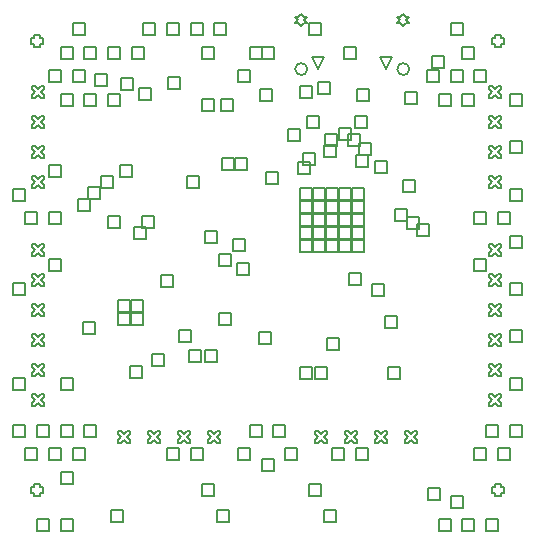
<source format=gbr>
%TF.GenerationSoftware,Altium Limited,Altium Designer,24.5.2 (23)*%
G04 Layer_Color=2752767*
%FSLAX45Y45*%
%MOMM*%
%TF.SameCoordinates,5BA462C2-C504-45FF-B61C-4F2A3F915A71*%
%TF.FilePolarity,Positive*%
%TF.FileFunction,Drawing*%
%TF.Part,Single*%
G01*
G75*
%TA.AperFunction,NonConductor*%
%ADD98C,0.12700*%
%ADD99C,0.16933*%
D98*
X4924600Y11074600D02*
Y11049200D01*
X4975400D01*
Y11074600D01*
X5000800D01*
Y11125400D01*
X4975400D01*
Y11150800D01*
X4924600D01*
Y11125400D01*
X4899200D01*
Y11074600D01*
X4924600D01*
Y7274600D02*
Y7249200D01*
X4975400D01*
Y7274600D01*
X5000800D01*
Y7325400D01*
X4975400D01*
Y7350800D01*
X4924600D01*
Y7325400D01*
X4899200D01*
Y7274600D01*
X4924600D01*
X8824600Y11074600D02*
Y11049200D01*
X8875400D01*
Y11074600D01*
X8900800D01*
Y11125400D01*
X8875400D01*
Y11150800D01*
X8824600D01*
Y11125400D01*
X8799200D01*
Y11074600D01*
X8824600D01*
Y7274600D02*
Y7249200D01*
X8875400D01*
Y7274600D01*
X8900800D01*
Y7325400D01*
X8875400D01*
Y7350800D01*
X8824600D01*
Y7325400D01*
X8799200D01*
Y7274600D01*
X8824600D01*
X4902200Y9283700D02*
X4927600D01*
X4953000Y9309100D01*
X4978400Y9283700D01*
X5003800D01*
Y9309100D01*
X4978400Y9334500D01*
X5003800Y9359900D01*
Y9385300D01*
X4978400D01*
X4953000Y9359900D01*
X4927600Y9385300D01*
X4902200D01*
Y9359900D01*
X4927600Y9334500D01*
X4902200Y9309100D01*
Y9283700D01*
Y9029700D02*
X4927600D01*
X4953000Y9055100D01*
X4978400Y9029700D01*
X5003800D01*
Y9055100D01*
X4978400Y9080500D01*
X5003800Y9105900D01*
Y9131300D01*
X4978400D01*
X4953000Y9105900D01*
X4927600Y9131300D01*
X4902200D01*
Y9105900D01*
X4927600Y9080500D01*
X4902200Y9055100D01*
Y9029700D01*
Y8775700D02*
X4927600D01*
X4953000Y8801100D01*
X4978400Y8775700D01*
X5003800D01*
Y8801100D01*
X4978400Y8826500D01*
X5003800Y8851900D01*
Y8877300D01*
X4978400D01*
X4953000Y8851900D01*
X4927600Y8877300D01*
X4902200D01*
Y8851900D01*
X4927600Y8826500D01*
X4902200Y8801100D01*
Y8775700D01*
Y8521700D02*
X4927600D01*
X4953000Y8547100D01*
X4978400Y8521700D01*
X5003800D01*
Y8547100D01*
X4978400Y8572500D01*
X5003800Y8597900D01*
Y8623300D01*
X4978400D01*
X4953000Y8597900D01*
X4927600Y8623300D01*
X4902200D01*
Y8597900D01*
X4927600Y8572500D01*
X4902200Y8547100D01*
Y8521700D01*
Y8013700D02*
X4927600D01*
X4953000Y8039100D01*
X4978400Y8013700D01*
X5003800D01*
Y8039100D01*
X4978400Y8064500D01*
X5003800Y8089900D01*
Y8115300D01*
X4978400D01*
X4953000Y8089900D01*
X4927600Y8115300D01*
X4902200D01*
Y8089900D01*
X4927600Y8064500D01*
X4902200Y8039100D01*
Y8013700D01*
Y8267700D02*
X4927600D01*
X4953000Y8293100D01*
X4978400Y8267700D01*
X5003800D01*
Y8293100D01*
X4978400Y8318500D01*
X5003800Y8343900D01*
Y8369300D01*
X4978400D01*
X4953000Y8343900D01*
X4927600Y8369300D01*
X4902200D01*
Y8343900D01*
X4927600Y8318500D01*
X4902200Y8293100D01*
Y8267700D01*
Y10617200D02*
X4927600D01*
X4953000Y10642600D01*
X4978400Y10617200D01*
X5003800D01*
Y10642600D01*
X4978400Y10668000D01*
X5003800Y10693400D01*
Y10718800D01*
X4978400D01*
X4953000Y10693400D01*
X4927600Y10718800D01*
X4902200D01*
Y10693400D01*
X4927600Y10668000D01*
X4902200Y10642600D01*
Y10617200D01*
Y10363200D02*
X4927600D01*
X4953000Y10388600D01*
X4978400Y10363200D01*
X5003800D01*
Y10388600D01*
X4978400Y10414000D01*
X5003800Y10439400D01*
Y10464800D01*
X4978400D01*
X4953000Y10439400D01*
X4927600Y10464800D01*
X4902200D01*
Y10439400D01*
X4927600Y10414000D01*
X4902200Y10388600D01*
Y10363200D01*
Y9855200D02*
X4927600D01*
X4953000Y9880600D01*
X4978400Y9855200D01*
X5003800D01*
Y9880600D01*
X4978400Y9906000D01*
X5003800Y9931400D01*
Y9956800D01*
X4978400D01*
X4953000Y9931400D01*
X4927600Y9956800D01*
X4902200D01*
Y9931400D01*
X4927600Y9906000D01*
X4902200Y9880600D01*
Y9855200D01*
Y10109200D02*
X4927600D01*
X4953000Y10134600D01*
X4978400Y10109200D01*
X5003800D01*
Y10134600D01*
X4978400Y10160000D01*
X5003800Y10185400D01*
Y10210800D01*
X4978400D01*
X4953000Y10185400D01*
X4927600Y10210800D01*
X4902200D01*
Y10185400D01*
X4927600Y10160000D01*
X4902200Y10134600D01*
Y10109200D01*
X8775700Y9283700D02*
X8801100D01*
X8826500Y9309100D01*
X8851900Y9283700D01*
X8877300D01*
Y9309100D01*
X8851900Y9334500D01*
X8877300Y9359900D01*
Y9385300D01*
X8851900D01*
X8826500Y9359900D01*
X8801100Y9385300D01*
X8775700D01*
Y9359900D01*
X8801100Y9334500D01*
X8775700Y9309100D01*
Y9283700D01*
Y9029700D02*
X8801100D01*
X8826500Y9055100D01*
X8851900Y9029700D01*
X8877300D01*
Y9055100D01*
X8851900Y9080500D01*
X8877300Y9105900D01*
Y9131300D01*
X8851900D01*
X8826500Y9105900D01*
X8801100Y9131300D01*
X8775700D01*
Y9105900D01*
X8801100Y9080500D01*
X8775700Y9055100D01*
Y9029700D01*
Y8775700D02*
X8801100D01*
X8826500Y8801100D01*
X8851900Y8775700D01*
X8877300D01*
Y8801100D01*
X8851900Y8826500D01*
X8877300Y8851900D01*
Y8877300D01*
X8851900D01*
X8826500Y8851900D01*
X8801100Y8877300D01*
X8775700D01*
Y8851900D01*
X8801100Y8826500D01*
X8775700Y8801100D01*
Y8775700D01*
Y8521700D02*
X8801100D01*
X8826500Y8547100D01*
X8851900Y8521700D01*
X8877300D01*
Y8547100D01*
X8851900Y8572500D01*
X8877300Y8597900D01*
Y8623300D01*
X8851900D01*
X8826500Y8597900D01*
X8801100Y8623300D01*
X8775700D01*
Y8597900D01*
X8801100Y8572500D01*
X8775700Y8547100D01*
Y8521700D01*
Y8013700D02*
X8801100D01*
X8826500Y8039100D01*
X8851900Y8013700D01*
X8877300D01*
Y8039100D01*
X8851900Y8064500D01*
X8877300Y8089900D01*
Y8115300D01*
X8851900D01*
X8826500Y8089900D01*
X8801100Y8115300D01*
X8775700D01*
Y8089900D01*
X8801100Y8064500D01*
X8775700Y8039100D01*
Y8013700D01*
Y8267700D02*
X8801100D01*
X8826500Y8293100D01*
X8851900Y8267700D01*
X8877300D01*
Y8293100D01*
X8851900Y8318500D01*
X8877300Y8343900D01*
Y8369300D01*
X8851900D01*
X8826500Y8343900D01*
X8801100Y8369300D01*
X8775700D01*
Y8343900D01*
X8801100Y8318500D01*
X8775700Y8293100D01*
Y8267700D01*
Y10617200D02*
X8801100D01*
X8826500Y10642600D01*
X8851900Y10617200D01*
X8877300D01*
Y10642600D01*
X8851900Y10668000D01*
X8877300Y10693400D01*
Y10718800D01*
X8851900D01*
X8826500Y10693400D01*
X8801100Y10718800D01*
X8775700D01*
Y10693400D01*
X8801100Y10668000D01*
X8775700Y10642600D01*
Y10617200D01*
Y10363200D02*
X8801100D01*
X8826500Y10388600D01*
X8851900Y10363200D01*
X8877300D01*
Y10388600D01*
X8851900Y10414000D01*
X8877300Y10439400D01*
Y10464800D01*
X8851900D01*
X8826500Y10439400D01*
X8801100Y10464800D01*
X8775700D01*
Y10439400D01*
X8801100Y10414000D01*
X8775700Y10388600D01*
Y10363200D01*
Y9855200D02*
X8801100D01*
X8826500Y9880600D01*
X8851900Y9855200D01*
X8877300D01*
Y9880600D01*
X8851900Y9906000D01*
X8877300Y9931400D01*
Y9956800D01*
X8851900D01*
X8826500Y9931400D01*
X8801100Y9956800D01*
X8775700D01*
Y9931400D01*
X8801100Y9906000D01*
X8775700Y9880600D01*
Y9855200D01*
Y10109200D02*
X8801100D01*
X8826500Y10134600D01*
X8851900Y10109200D01*
X8877300D01*
Y10134600D01*
X8851900Y10160000D01*
X8877300Y10185400D01*
Y10210800D01*
X8851900D01*
X8826500Y10185400D01*
X8801100Y10210800D01*
X8775700D01*
Y10185400D01*
X8801100Y10160000D01*
X8775700Y10134600D01*
Y10109200D01*
X7906500Y10861450D02*
X7855700Y10963050D01*
X7957300D01*
X7906500Y10861450D01*
X7328500D02*
X7277700Y10963050D01*
X7379300D01*
X7328500Y10861450D01*
X8049500Y11229450D02*
X8074900Y11254850D01*
X8100300D01*
X8074900Y11280250D01*
X8100300Y11305650D01*
X8074900D01*
X8049500Y11331050D01*
X8024100Y11305650D01*
X7998700D01*
X8024100Y11280250D01*
X7998700Y11254850D01*
X8024100D01*
X8049500Y11229450D01*
X7185500D02*
X7210900Y11254850D01*
X7236300D01*
X7210900Y11280250D01*
X7236300Y11305650D01*
X7210900D01*
X7185500Y11331050D01*
X7160100Y11305650D01*
X7134700D01*
X7160100Y11280250D01*
X7134700Y11254850D01*
X7160100D01*
X7185500Y11229450D01*
X7553200Y7699200D02*
X7578600D01*
X7604000Y7724600D01*
X7629400Y7699200D01*
X7654800D01*
Y7724600D01*
X7629400Y7750000D01*
X7654800Y7775400D01*
Y7800800D01*
X7629400D01*
X7604000Y7775400D01*
X7578600Y7800800D01*
X7553200D01*
Y7775400D01*
X7578600Y7750000D01*
X7553200Y7724600D01*
Y7699200D01*
X7299200D02*
X7324600D01*
X7350000Y7724600D01*
X7375400Y7699200D01*
X7400800D01*
Y7724600D01*
X7375400Y7750000D01*
X7400800Y7775400D01*
Y7800800D01*
X7375400D01*
X7350000Y7775400D01*
X7324600Y7800800D01*
X7299200D01*
Y7775400D01*
X7324600Y7750000D01*
X7299200Y7724600D01*
Y7699200D01*
X7807200D02*
X7832600D01*
X7858000Y7724600D01*
X7883400Y7699200D01*
X7908800D01*
Y7724600D01*
X7883400Y7750000D01*
X7908800Y7775400D01*
Y7800800D01*
X7883400D01*
X7858000Y7775400D01*
X7832600Y7800800D01*
X7807200D01*
Y7775400D01*
X7832600Y7750000D01*
X7807200Y7724600D01*
Y7699200D01*
X8061200D02*
X8086600D01*
X8112000Y7724600D01*
X8137400Y7699200D01*
X8162800D01*
Y7724600D01*
X8137400Y7750000D01*
X8162800Y7775400D01*
Y7800800D01*
X8137400D01*
X8112000Y7775400D01*
X8086600Y7800800D01*
X8061200D01*
Y7775400D01*
X8086600Y7750000D01*
X8061200Y7724600D01*
Y7699200D01*
X6399200D02*
X6424600D01*
X6450000Y7724600D01*
X6475400Y7699200D01*
X6500800D01*
Y7724600D01*
X6475400Y7750000D01*
X6500800Y7775400D01*
Y7800800D01*
X6475400D01*
X6450000Y7775400D01*
X6424600Y7800800D01*
X6399200D01*
Y7775400D01*
X6424600Y7750000D01*
X6399200Y7724600D01*
Y7699200D01*
X6145200D02*
X6170600D01*
X6196000Y7724600D01*
X6221400Y7699200D01*
X6246800D01*
Y7724600D01*
X6221400Y7750000D01*
X6246800Y7775400D01*
Y7800800D01*
X6221400D01*
X6196000Y7775400D01*
X6170600Y7800800D01*
X6145200D01*
Y7775400D01*
X6170600Y7750000D01*
X6145200Y7724600D01*
Y7699200D01*
X5637200D02*
X5662600D01*
X5688000Y7724600D01*
X5713400Y7699200D01*
X5738800D01*
Y7724600D01*
X5713400Y7750000D01*
X5738800Y7775400D01*
Y7800800D01*
X5713400D01*
X5688000Y7775400D01*
X5662600Y7800800D01*
X5637200D01*
Y7775400D01*
X5662600Y7750000D01*
X5637200Y7724600D01*
Y7699200D01*
X5891200D02*
X5916600D01*
X5942000Y7724600D01*
X5967400Y7699200D01*
X5992800D01*
Y7724600D01*
X5967400Y7750000D01*
X5992800Y7775400D01*
Y7800800D01*
X5967400D01*
X5942000Y7775400D01*
X5916600Y7800800D01*
X5891200D01*
Y7775400D01*
X5916600Y7750000D01*
X5891200Y7724600D01*
Y7699200D01*
X8949205Y10549206D02*
Y10650806D01*
X9050805D01*
Y10549206D01*
X8949205D01*
Y10149206D02*
Y10250806D01*
X9050805D01*
Y10149206D01*
X8949205D01*
Y9749205D02*
Y9850805D01*
X9050805D01*
Y9749205D01*
X8949205D01*
Y9349205D02*
Y9450805D01*
X9050805D01*
Y9349205D01*
X8949205D01*
Y8949205D02*
Y9050805D01*
X9050805D01*
Y8949205D01*
X8949205D01*
Y8549205D02*
Y8650805D01*
X9050805D01*
Y8549205D01*
X8949205D01*
Y8149204D02*
Y8250804D01*
X9050805D01*
Y8149204D01*
X8949205D01*
Y7749204D02*
Y7850804D01*
X9050805D01*
Y7749204D01*
X8949205D01*
X8849205Y9549205D02*
Y9650805D01*
X8950805D01*
Y9549205D01*
X8849205D01*
X8749205Y7749204D02*
Y7850804D01*
X8850805D01*
Y7749204D01*
X8749205D01*
X8849205Y7549204D02*
Y7650804D01*
X8950805D01*
Y7549204D01*
X8849205D01*
X8749205Y6949204D02*
Y7050804D01*
X8850805D01*
Y6949204D01*
X8749205D01*
X8549205Y10949206D02*
Y11050806D01*
X8650805D01*
Y10949206D01*
X8549205D01*
X8649205Y10749206D02*
Y10850806D01*
X8750805D01*
Y10749206D01*
X8649205D01*
X8549205Y10549206D02*
Y10650806D01*
X8650805D01*
Y10549206D01*
X8549205D01*
X8649205Y9549205D02*
Y9650805D01*
X8750805D01*
Y9549205D01*
X8649205D01*
Y9149205D02*
Y9250805D01*
X8750805D01*
Y9149205D01*
X8649205D01*
Y7549204D02*
Y7650804D01*
X8750805D01*
Y7549204D01*
X8649205D01*
X8549205Y6949204D02*
Y7050804D01*
X8650805D01*
Y6949204D01*
X8549205D01*
X8449205Y11149206D02*
Y11250806D01*
X8550805D01*
Y11149206D01*
X8449205D01*
Y10749206D02*
Y10850806D01*
X8550805D01*
Y10749206D01*
X8449205D01*
X8349205Y10549206D02*
Y10650806D01*
X8450805D01*
Y10549206D01*
X8349205D01*
X8449205Y7149204D02*
Y7250804D01*
X8550805D01*
Y7149204D01*
X8449205D01*
X8349205Y6949204D02*
Y7050804D01*
X8450805D01*
Y6949204D01*
X8349205D01*
X8249204Y10749206D02*
Y10850806D01*
X8350804D01*
Y10749206D01*
X8249204D01*
X7549204Y10949206D02*
Y11050806D01*
X7650804D01*
Y10949206D01*
X7549204D01*
X7649204Y7549204D02*
Y7650804D01*
X7750804D01*
Y7549204D01*
X7649204D01*
X7449204D02*
Y7650804D01*
X7550804D01*
Y7549204D01*
X7449204D01*
X7249204Y11149206D02*
Y11250806D01*
X7350804D01*
Y11149206D01*
X7249204D01*
X6949204Y7749204D02*
Y7850804D01*
X7050804D01*
Y7749204D01*
X6949204D01*
X7049204Y7549204D02*
Y7650804D01*
X7150804D01*
Y7549204D01*
X7049204D01*
X6749204Y10949206D02*
Y11050806D01*
X6850804D01*
Y10949206D01*
X6749204D01*
Y7749204D02*
Y7850804D01*
X6850804D01*
Y7749204D01*
X6749204D01*
X6649204Y10749206D02*
Y10850806D01*
X6750804D01*
Y10749206D01*
X6649204D01*
Y7549204D02*
Y7650804D01*
X6750804D01*
Y7549204D01*
X6649204D01*
X6449204Y11149206D02*
Y11250806D01*
X6550804D01*
Y11149206D01*
X6449204D01*
X6349203Y10949206D02*
Y11050806D01*
X6450803D01*
Y10949206D01*
X6349203D01*
X6249203Y11149206D02*
Y11250806D01*
X6350803D01*
Y11149206D01*
X6249203D01*
X6149203Y8549205D02*
Y8650805D01*
X6250803D01*
Y8549205D01*
X6149203D01*
X6249203Y7549204D02*
Y7650804D01*
X6350803D01*
Y7549204D01*
X6249203D01*
X6049203Y11149206D02*
Y11250806D01*
X6150803D01*
Y11149206D01*
X6049203D01*
Y7549204D02*
Y7650804D01*
X6150803D01*
Y7549204D01*
X6049203D01*
X5849203Y11149206D02*
Y11250806D01*
X5950803D01*
Y11149206D01*
X5849203D01*
X5749203Y10949206D02*
Y11050806D01*
X5850803D01*
Y10949206D01*
X5749203D01*
X5549203D02*
Y11050806D01*
X5650803D01*
Y10949206D01*
X5549203D01*
Y10549206D02*
Y10650806D01*
X5650803D01*
Y10549206D01*
X5549203D01*
X5649203Y9949205D02*
Y10050805D01*
X5750803D01*
Y9949205D01*
X5649203D01*
X5349203Y10949206D02*
Y11050806D01*
X5450803D01*
Y10949206D01*
X5349203D01*
Y10549206D02*
Y10650806D01*
X5450803D01*
Y10549206D01*
X5349203D01*
Y7749204D02*
Y7850804D01*
X5450803D01*
Y7749204D01*
X5349203D01*
X5249203Y11149206D02*
Y11250806D01*
X5350803D01*
Y11149206D01*
X5249203D01*
X5149203Y10949206D02*
Y11050806D01*
X5250803D01*
Y10949206D01*
X5149203D01*
X5249203Y10749206D02*
Y10850806D01*
X5350803D01*
Y10749206D01*
X5249203D01*
X5149203Y10549206D02*
Y10650806D01*
X5250803D01*
Y10549206D01*
X5149203D01*
Y8149204D02*
Y8250804D01*
X5250803D01*
Y8149204D01*
X5149203D01*
Y7749204D02*
Y7850804D01*
X5250803D01*
Y7749204D01*
X5149203D01*
X5249203Y7549204D02*
Y7650804D01*
X5350803D01*
Y7549204D01*
X5249203D01*
X5149203Y7349204D02*
Y7450804D01*
X5250803D01*
Y7349204D01*
X5149203D01*
Y6949204D02*
Y7050804D01*
X5250803D01*
Y6949204D01*
X5149203D01*
X5049203Y10749206D02*
Y10850806D01*
X5150803D01*
Y10749206D01*
X5049203D01*
Y9949205D02*
Y10050805D01*
X5150803D01*
Y9949205D01*
X5049203D01*
Y9549205D02*
Y9650805D01*
X5150803D01*
Y9549205D01*
X5049203D01*
Y9149205D02*
Y9250805D01*
X5150803D01*
Y9149205D01*
X5049203D01*
X4949203Y7749204D02*
Y7850804D01*
X5050803D01*
Y7749204D01*
X4949203D01*
X5049203Y7549204D02*
Y7650804D01*
X5150803D01*
Y7549204D01*
X5049203D01*
X4949203Y6949204D02*
Y7050804D01*
X5050803D01*
Y6949204D01*
X4949203D01*
X4749203Y9749205D02*
Y9850805D01*
X4850803D01*
Y9749205D01*
X4749203D01*
X4849203Y9549205D02*
Y9650805D01*
X4950803D01*
Y9549205D01*
X4849203D01*
X4749203Y8949205D02*
Y9050805D01*
X4850803D01*
Y8949205D01*
X4749203D01*
Y8149204D02*
Y8250804D01*
X4850803D01*
Y8149204D01*
X4749203D01*
Y7749204D02*
Y7850804D01*
X4850803D01*
Y7749204D01*
X4749203D01*
X4849203Y7549204D02*
Y7650804D01*
X4950803D01*
Y7549204D01*
X4849203D01*
X7586700Y9030484D02*
Y9132084D01*
X7688300D01*
Y9030484D01*
X7586700D01*
X5574200Y7031700D02*
Y7133300D01*
X5675800D01*
Y7031700D01*
X5574200D01*
X7374200D02*
Y7133300D01*
X7475800D01*
Y7031700D01*
X7374200D01*
X6474200D02*
Y7133300D01*
X6575800D01*
Y7031700D01*
X6474200D01*
X7896700Y8669200D02*
Y8770800D01*
X7998300D01*
Y8669200D01*
X7896700D01*
X7404159Y8485753D02*
Y8587353D01*
X7505759D01*
Y8485753D01*
X7404159D01*
X6825910Y8537491D02*
Y8639091D01*
X6927510D01*
Y8537491D01*
X6825910D01*
X8044200Y9819200D02*
Y9920800D01*
X8145800D01*
Y9819200D01*
X8044200D01*
X8294200Y10871700D02*
Y10973300D01*
X8395800D01*
Y10871700D01*
X8294200D01*
X8062950Y10562950D02*
Y10664550D01*
X8164550D01*
Y10562950D01*
X8062950D01*
X7171700Y10619200D02*
Y10720800D01*
X7273300D01*
Y10619200D01*
X7171700D01*
X6854200Y10951700D02*
Y11053300D01*
X6955800D01*
Y10951700D01*
X6854200D01*
X5809200Y10601700D02*
Y10703300D01*
X5910800D01*
Y10601700D01*
X5809200D01*
X5441700Y10719200D02*
Y10820800D01*
X5543300D01*
Y10719200D01*
X5441700D01*
X8259200Y7216700D02*
Y7318300D01*
X8360800D01*
Y7216700D01*
X8259200D01*
X7249200Y7249200D02*
Y7350800D01*
X7350800D01*
Y7249200D01*
X7249200D01*
X6349200D02*
Y7350800D01*
X6450800D01*
Y7249200D01*
X6349200D01*
X6854200Y7456700D02*
Y7558300D01*
X6955800D01*
Y7456700D01*
X6854200D01*
X5921700Y8346700D02*
Y8448300D01*
X6023300D01*
Y8346700D01*
X5921700D01*
X5636700Y8809200D02*
Y8910800D01*
X5738300D01*
Y8809200D01*
X5636700D01*
X5746700D02*
Y8910800D01*
X5848300D01*
Y8809200D01*
X5746700D01*
Y8699200D02*
Y8800800D01*
X5848300D01*
Y8699200D01*
X5746700D01*
X5636700D02*
Y8800800D01*
X5738300D01*
Y8699200D01*
X5636700D01*
X5384200Y9761700D02*
Y9863300D01*
X5485800D01*
Y9761700D01*
X5384200D01*
X5291700Y9659200D02*
Y9760800D01*
X5393300D01*
Y9659200D01*
X5291700D01*
X5489200Y9854200D02*
Y9955800D01*
X5590800D01*
Y9854200D01*
X5489200D01*
X5766700Y9426700D02*
Y9528300D01*
X5868300D01*
Y9426700D01*
X5766700D01*
X5549200Y9519200D02*
Y9620800D01*
X5650800D01*
Y9519200D01*
X5549200D01*
X5836700Y9516700D02*
Y9618300D01*
X5938300D01*
Y9516700D01*
X5836700D01*
X6366700Y9386700D02*
Y9488300D01*
X6468300D01*
Y9386700D01*
X6366700D01*
X6626700Y10011700D02*
Y10113300D01*
X6728300D01*
Y10011700D01*
X6626700D01*
X6884200Y9891700D02*
Y9993300D01*
X6985800D01*
Y9891700D01*
X6884200D01*
X6221700Y9859200D02*
Y9960800D01*
X6323300D01*
Y9859200D01*
X6221700D01*
X6511700Y10004200D02*
Y10105800D01*
X6613300D01*
Y10004200D01*
X6511700D01*
X5731700Y8244200D02*
Y8345800D01*
X5833300D01*
Y8244200D01*
X5731700D01*
X5334200Y8619200D02*
Y8720800D01*
X5435800D01*
Y8619200D01*
X5334200D01*
X6001700Y9016700D02*
Y9118300D01*
X6103300D01*
Y9016700D01*
X6001700D01*
X6369200Y8379200D02*
Y8480800D01*
X6470800D01*
Y8379200D01*
X6369200D01*
X6239200D02*
Y8480800D01*
X6340800D01*
Y8379200D01*
X6239200D01*
X6486700Y8694200D02*
Y8795800D01*
X6588300D01*
Y8694200D01*
X6486700D01*
X6491700Y9191700D02*
Y9293300D01*
X6593300D01*
Y9191700D01*
X6491700D01*
X7174200Y8241700D02*
Y8343300D01*
X7275800D01*
Y8241700D01*
X7174200D01*
X7301700D02*
Y8343300D01*
X7403300D01*
Y8241700D01*
X7301700D01*
X7919200D02*
Y8343300D01*
X8020800D01*
Y8241700D01*
X7919200D01*
X5656700Y10686700D02*
Y10788300D01*
X5758300D01*
Y10686700D01*
X5656700D01*
X6348039Y10506700D02*
Y10608300D01*
X6449639D01*
Y10506700D01*
X6348039D01*
X7196700Y10054200D02*
Y10155800D01*
X7298300D01*
Y10054200D01*
X7196700D01*
X6611700Y9319200D02*
Y9420800D01*
X6713300D01*
Y9319200D01*
X6611700D01*
X6509200Y10506700D02*
Y10608300D01*
X6610800D01*
Y10506700D01*
X6509200D01*
X7076700Y10254200D02*
Y10355800D01*
X7178300D01*
Y10254200D01*
X7076700D01*
X6054200Y10696700D02*
Y10798300D01*
X6155800D01*
Y10696700D01*
X6054200D01*
X8169200Y9446700D02*
Y9548300D01*
X8270800D01*
Y9446700D01*
X8169200D01*
X7976700Y9574200D02*
Y9675800D01*
X8078300D01*
Y9574200D01*
X7976700D01*
X7781700Y8944200D02*
Y9045800D01*
X7883300D01*
Y8944200D01*
X7781700D01*
X8076700Y9509200D02*
Y9610800D01*
X8178300D01*
Y9509200D01*
X8076700D01*
X7651700Y10036700D02*
Y10138300D01*
X7753300D01*
Y10036700D01*
X7651700D01*
X7676700Y10136700D02*
Y10238300D01*
X7778300D01*
Y10136700D01*
X7676700D01*
X7579200Y10209200D02*
Y10310800D01*
X7680800D01*
Y10209200D01*
X7579200D01*
X7501700Y10264200D02*
Y10365800D01*
X7603300D01*
Y10264200D01*
X7501700D01*
X7381700Y10119200D02*
Y10220800D01*
X7483300D01*
Y10119200D01*
X7381700D01*
X7386700Y10214200D02*
Y10315800D01*
X7488300D01*
Y10214200D01*
X7386700D01*
X7231700Y10361700D02*
Y10463300D01*
X7333300D01*
Y10361700D01*
X7231700D01*
X7159200Y9976700D02*
Y10078300D01*
X7260800D01*
Y9976700D01*
X7159200D01*
X7636700Y10361700D02*
Y10463300D01*
X7738300D01*
Y10361700D01*
X7636700D01*
X7806700Y9979200D02*
Y10080800D01*
X7908300D01*
Y9979200D01*
X7806700D01*
X6641700Y9121700D02*
Y9223300D01*
X6743300D01*
Y9121700D01*
X6641700D01*
X6834200Y10594200D02*
Y10695800D01*
X6935800D01*
Y10594200D01*
X6834200D01*
X7659200Y10589200D02*
Y10690800D01*
X7760800D01*
Y10589200D01*
X7659200D01*
X7326700Y10649200D02*
Y10750800D01*
X7428300D01*
Y10649200D01*
X7326700D01*
X7171700Y9316700D02*
Y9418300D01*
X7273300D01*
Y9316700D01*
X7171700D01*
Y9426700D02*
Y9528300D01*
X7273300D01*
Y9426700D01*
X7171700D01*
Y9536700D02*
Y9638300D01*
X7273300D01*
Y9536700D01*
X7171700D01*
Y9646700D02*
Y9748300D01*
X7273300D01*
Y9646700D01*
X7171700D01*
Y9756700D02*
Y9858300D01*
X7273300D01*
Y9756700D01*
X7171700D01*
X7281700Y9316700D02*
Y9418300D01*
X7383300D01*
Y9316700D01*
X7281700D01*
Y9426700D02*
Y9528300D01*
X7383300D01*
Y9426700D01*
X7281700D01*
Y9536700D02*
Y9638300D01*
X7383300D01*
Y9536700D01*
X7281700D01*
Y9646700D02*
Y9748300D01*
X7383300D01*
Y9646700D01*
X7281700D01*
Y9756700D02*
Y9858300D01*
X7383300D01*
Y9756700D01*
X7281700D01*
X7391700Y9316700D02*
Y9418300D01*
X7493300D01*
Y9316700D01*
X7391700D01*
Y9426700D02*
Y9528300D01*
X7493300D01*
Y9426700D01*
X7391700D01*
Y9536700D02*
Y9638300D01*
X7493300D01*
Y9536700D01*
X7391700D01*
Y9646700D02*
Y9748300D01*
X7493300D01*
Y9646700D01*
X7391700D01*
Y9756700D02*
Y9858300D01*
X7493300D01*
Y9756700D01*
X7391700D01*
X7501700Y9316700D02*
Y9418300D01*
X7603300D01*
Y9316700D01*
X7501700D01*
Y9426700D02*
Y9528300D01*
X7603300D01*
Y9426700D01*
X7501700D01*
Y9536700D02*
Y9638300D01*
X7603300D01*
Y9536700D01*
X7501700D01*
Y9646700D02*
Y9748300D01*
X7603300D01*
Y9646700D01*
X7501700D01*
Y9756700D02*
Y9858300D01*
X7603300D01*
Y9756700D01*
X7501700D01*
X7611700Y9316700D02*
Y9418300D01*
X7713300D01*
Y9316700D01*
X7611700D01*
Y9426700D02*
Y9528300D01*
X7713300D01*
Y9426700D01*
X7611700D01*
Y9536700D02*
Y9638300D01*
X7713300D01*
Y9536700D01*
X7611700D01*
Y9646700D02*
Y9748300D01*
X7713300D01*
Y9646700D01*
X7611700D01*
Y9756700D02*
Y9858300D01*
X7713300D01*
Y9756700D01*
X7611700D01*
D99*
X7236300Y10862251D02*
G03*
X7236300Y10862251I-50800J0D01*
G01*
X8100300D02*
G03*
X8100300Y10862251I-50800J0D01*
G01*
%TF.MD5,d465e82695fe72e2e4f036361ef1960b*%
M02*

</source>
